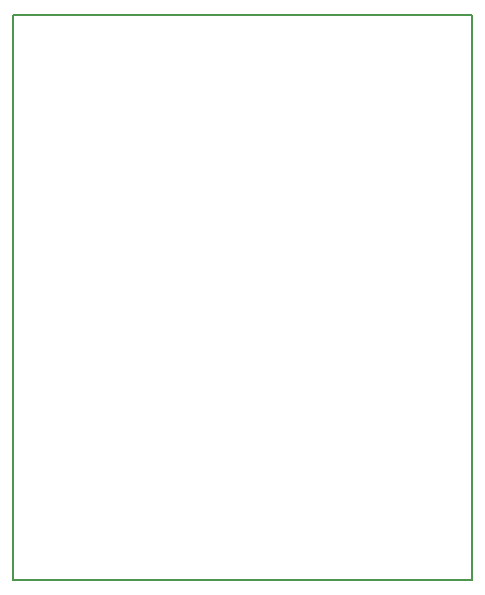
<source format=gbo>
G04 MADE WITH FRITZING*
G04 WWW.FRITZING.ORG*
G04 DOUBLE SIDED*
G04 HOLES PLATED*
G04 CONTOUR ON CENTER OF CONTOUR VECTOR*
%ASAXBY*%
%FSLAX23Y23*%
%MOIN*%
%OFA0B0*%
%SFA1.0B1.0*%
%ADD10R,1.540170X1.888820X1.524170X1.872820*%
%ADD11C,0.008000*%
%LNSILK0*%
G90*
G70*
G54D11*
X4Y1885D02*
X1536Y1885D01*
X1536Y4D01*
X4Y4D01*
X4Y1885D01*
D02*
G04 End of Silk0*
M02*
</source>
